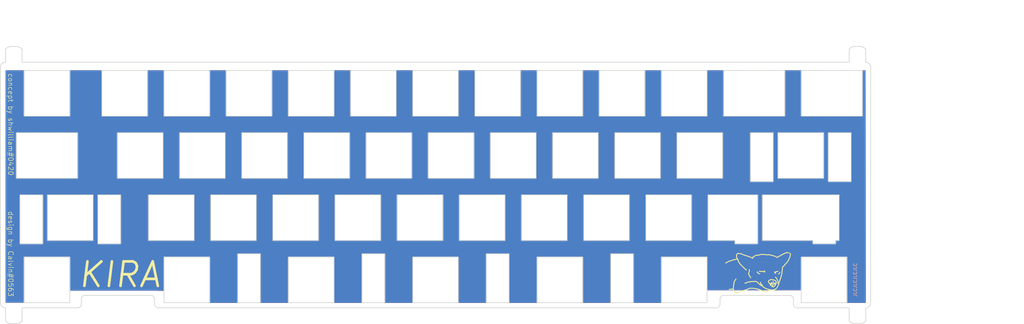
<source format=kicad_pcb>
(kicad_pcb (version 20221018) (generator pcbnew)
  (layers (0 "F.Cu" signal) (31 "B.Cu" signal) (34 "B.Paste" user) (35 "F.Paste" user) (36 "B.SilkS" user "B.Silkscreen") (37 "F.SilkS" user "F.Silkscreen") (38 "B.Mask" user) (39 "F.Mask" user) (44 "Edge.Cuts" user))
  (net 0 "")
  (net 1 "GND")
  (footprint "MountingHole:MountingHole_2.2mm_M2" (layer "F.Cu") (at 18.407983 107.063133)
    (fp_text reference "REF**" hide)
    (fp_text value "MountingHole_2.2mm_M2" hide)
    (pad "" np_thru_hole circle (at 0 0) (size 2.2 2.2) (drill 2.2) (layers "*.Cu" "*.Mask"))
  )
  (footprint "MountingHole:MountingHole_2.2mm_M2" (layer "F.Cu") (at 276.90848 27.2299)
    (fp_text reference "REF**" hide)
    (fp_text value "MountingHole_2.2mm_M2" hide)
    (pad "" np_thru_hole circle (at 0 0) (size 2.2 2.2) (drill 2.2) (layers "*.Cu" "*.Mask"))
  )
  (footprint "MountingHole:MountingHole_2.2mm_M2" (layer "F.Cu") (at 18.410627 27.219066)
    (fp_text reference "REF**" hide)
    (fp_text value "MountingHole_2.2mm_M2" hide)
    (pad "" np_thru_hole circle (at 0 0) (size 2.2 2.2) (drill 2.2) (layers "*.Cu" "*.Mask"))
  )
  (footprint "MountingHole:MountingHole_2.2mm_M2" (layer "F.Cu") (at 276.919507 107.04598)
    (fp_text reference "REF**" hide)
    (fp_text value "MountingHole_2.2mm_M2" hide)
    (pad "" np_thru_hole circle (at 0 0) (size 2.2 2.2) (drill 2.2) (layers "*.Cu" "*.Mask"))
  )
  (footprint "LOGO" (layer "F.Cu") (at 245.383584 92.953634 -25)
    (fp_text reference "G***" hide)
    (fp_text value "LOGO" hide)
  )
  (gr_line (start 274.99425 51.0875) (end 267.99425 51.0875) (stroke (width 0.2)) (layer "Edge.Cuts"))
  (gr_line (start 235.6 65.0875) (end 235.6 51.0875) (stroke (width 0.2)) (layer "Edge.Cuts"))
  (gr_line (start 102.25 51.0875) (end 88.25 51.0875) (stroke (width 0.2)) (layer "Edge.Cuts"))
  (gr_line (start 50.15 65.0875) (end 64.15 65.0875) (stroke (width 0.2)) (layer "Edge.Cuts"))
  (gr_line (start 178.7375 103.1875) (end 192.7375 103.1875) (stroke (width 0.2)) (layer "Edge.Cuts"))
  (gr_line (start 273.7 46.0375) (end 278.4625 46.0375) (stroke (width 0.2)) (layer "Edge.Cuts"))
  (gr_line (start 235.8875 32.0375) (end 235.8875 46.0375) (stroke (width 0.2)) (layer "Edge.Cuts"))
  (gr_line (start 111.775 84.1375) (end 111.775 70.1375) (stroke (width 0.2)) (layer "Edge.Cuts"))
  (gr_line (start 20.28075 70.1375) (end 20.28075 85.1375) (stroke (width 0.2)) (layer "Edge.Cuts"))
  (gr_line (start 192.7375 103.1875) (end 192.7375 89.1875) (stroke (width 0.2)) (layer "Edge.Cuts"))
  (gr_line (start 69.2 65.0875) (end 83.2 65.0875) (stroke (width 0.2)) (layer "Edge.Cuts"))
  (gr_line (start 97.4875 46.0375) (end 97.4875 32.0375) (stroke (width 0.2)) (layer "Edge.Cuts"))
  (gr_line (start 83.4875 46.0375) (end 97.4875 46.0375) (stroke (width 0.2)) (layer "Edge.Cuts"))
  (gr_line (start 140.35 51.0875) (end 126.35 51.0875) (stroke (width 0.2)) (layer "Edge.Cuts"))
  (gr_line (start 259.7 32.0375) (end 259.7 46.0375) (stroke (width 0.2)) (layer "Edge.Cuts"))
  (gr_line (start 257.31875 70.1375) (end 247.79375 70.1375) (stroke (width 0.2)) (layer "Edge.Cuts"))
  (gr_line (start 35.575 89.1875) (end 21.575 89.1875) (stroke (width 0.2)) (layer "Edge.Cuts"))
  (gr_line (start 44.15675 85.1375) (end 51.15675 85.1375) (stroke (width 0.2)) (layer "Edge.Cuts"))
  (gr_line (start 78.4375 46.0375) (end 78.4375 32.0375) (stroke (width 0.2)) (layer "Edge.Cuts"))
  (gr_line (start 15.887019 108.839861) (end 15.872885 104.764634) (stroke (width 0.2)) (layer "Edge.Cuts"))
  (gr_line (start 154.925 84.1375) (end 168.925 84.1375) (stroke (width 0.2)) (layer "Edge.Cuts"))
  (gr_line (start 274.99425 66.0875) (end 274.99425 51.0875) (stroke (width 0.2)) (layer "Edge.Cuts"))
  (gr_line (start 125.0875 103.1875) (end 132.0875 103.1875) (stroke (width 0.2)) (layer "Edge.Cuts"))
  (gr_line (start 97.775 84.1375) (end 111.775 84.1375) (stroke (width 0.2)) (layer "Edge.Cuts"))
  (gr_line (start 28.71875 84.1375) (end 42.71875 84.1375) (stroke (width 0.2)) (layer "Edge.Cuts"))
  (gr_line (start 279.448046 25.442375) (end 279.46218 29.517602) (stroke (width 0.2)) (layer "Edge.Cuts"))
  (gr_line (start 64.4375 46.0375) (end 78.4375 46.0375) (stroke (width 0.2)) (layer "Edge.Cuts"))
  (gr_line (start 252.55625 65.0875) (end 266.55625 65.0875) (stroke (width 0.2)) (layer "Edge.Cuts"))
  (gr_line (start 266.55625 51.0875) (end 252.55625 51.0875) (stroke (width 0.2)) (layer "Edge.Cuts"))
  (gr_line (start 256.156885 100.954634) (end 235.963885 100.954634) (stroke (width 0.2)) (layer "Edge.Cuts"))
  (gr_line (start 201.2875 88.1875) (end 201.2875 103.1875) (stroke (width 0.2)) (layer "Edge.Cuts"))
  (gr_line (start 116.5375 32.0375) (end 102.5375 32.0375) (stroke (width 0.2)) (layer "Edge.Cuts"))
  (gr_arc (start 234.820885 103.621634) (mid 234.486108 104.429857) (end 233.677885 104.764634) (stroke (width 0.2)) (layer "Edge.Cuts"))
  (gr_line (start 192.7375 89.1875) (end 178.7375 89.1875) (stroke (width 0.2)) (layer "Edge.Cuts"))
  (gr_line (start 216.55 65.0875) (end 216.55 51.0875) (stroke (width 0.2)) (layer "Edge.Cuts"))
  (gr_line (start 154.6375 32.0375) (end 140.6375 32.0375) (stroke (width 0.2)) (layer "Edge.Cuts"))
  (gr_line (start 278.4625 32.0375) (end 273.7 32.0375) (stroke (width 0.2)) (layer "Edge.Cuts"))
  (gr_line (start 271.31875 70.1375) (end 270.23175 70.1375) (stroke (width 0.2)) (layer "Edge.Cuts"))
  (gr_line (start 86.9875 88.1875) (end 86.9875 103.1875) (stroke (width 0.2)) (layer "Edge.Cuts"))
  (gr_line (start 140.6375 89.1875) (end 140.6375 103.1875) (stroke (width 0.2)) (layer "Edge.Cuts"))
  (gr_line (start 145.4 65.0875) (end 159.4 65.0875) (stroke (width 0.2)) (layer "Edge.Cuts"))
  (gr_line (start 193.025 70.1375) (end 193.025 84.1375) (stroke (width 0.2)) (layer "Edge.Cuts"))
  (gr_line (start 244.11825 51.0875) (end 244.11825 66.0875) (stroke (width 0.2)) (layer "Edge.Cuts"))
  (gr_line (start 264.4625 46.0375) (end 273.7 46.0375) (stroke (width 0.2)) (layer "Edge.Cuts"))
  (gr_line (start 116.5375 46.0375) (end 116.5375 32.0375) (stroke (width 0.2)) (layer "Edge.Cuts"))
  (gr_line (start 126.35 51.0875) (end 126.35 65.0875) (stroke (width 0.2)) (layer "Edge.Cuts"))
  (gr_line (start 21.575 103.1875) (end 35.575 103.1875) (stroke (width 0.2)) (layer "Edge.Cuts"))
  (gr_line (start 159.6875 46.0375) (end 173.6875 46.0375) (stroke (width 0.2)) (layer "Edge.Cuts"))
  (gr_line (start 211.7875 32.0375) (end 197.7875 32.0375) (stroke (width 0.2)) (layer "Edge.Cuts"))
  (gr_line (start 64.15 65.0875) (end 64.15 51.0875) (stroke (width 0.2)) (layer "Edge.Cuts"))
  (gr_line (start 235.8875 46.0375) (end 240.65 46.0375) (stroke (width 0.2)) (layer "Edge.Cuts"))
  (gr_line (start 266.55625 65.0875) (end 266.55625 51.0875) (stroke (width 0.2)) (layer "Edge.Cuts"))
  (gr_line (start 193.025 84.1375) (end 207.025 84.1375) (stroke (width 0.2)) (layer "Edge.Cuts"))
  (gr_line (start 254.65 32.0375) (end 249.8875 32.0375) (stroke (width 0.2)) (layer "Edge.Cuts"))
  (gr_line (start 183.5 51.0875) (end 183.5 65.0875) (stroke (width 0.2)) (layer "Edge.Cuts"))
  (gr_line (start 159.4 51.0875) (end 145.4 51.0875) (stroke (width 0.2)) (layer "Edge.Cuts"))
  (gr_line (start 19.04853 109.62335) (end 17.77853 109.62335) (stroke (width 0.2)) (layer "Edge.Cuts"))
  (gr_line (start 83.4875 32.0375) (end 83.4875 46.0375) (stroke (width 0.2)) (layer "Edge.Cuts"))
  (gr_line (start 125.0875 88.1875) (end 125.0875 103.1875) (stroke (width 0.2)) (layer "Edge.Cuts"))
  (gr_line (start 173.6875 32.0375) (end 159.6875 32.0375) (stroke (width 0.2)) (layer "Edge.Cuts"))
  (gr_line (start 168.925 70.1375) (end 154.925 70.1375) (stroke (width 0.2)) (layer "Edge.Cuts"))
  (gr_line (start 93.9875 103.1875) (end 93.9875 88.1875) (stroke (width 0.2)) (layer "Edge.Cuts"))
  (gr_line (start 274.395519 108.839861) (end 274.381385 104.764634) (stroke (width 0.2)) (layer "Edge.Cuts"))
  (gr_line (start 130.825 70.1375) (end 116.825 70.1375) (stroke (width 0.2)) (layer "Edge.Cuts"))
  (gr_line (start 230.8375 46.0375) (end 230.8375 32.0375) (stroke (width 0.2)) (layer "Edge.Cuts"))
  (gr_line (start 270.23175 84.1375) (end 271.31875 84.1375) (stroke (width 0.2)) (layer "Edge.Cuts"))
  (gr_line (start 207.025 84.1375) (end 207.025 70.1375) (stroke (width 0.2)) (layer "Edge.Cuts"))
  (gr_arc (start 279.448541 108.839861) (mid 278.58071 109.41974) (end 277.55703 109.62335) (stroke (width 0.2)) (layer "Edge.Cuts"))
  (gr_line (start 20.940041 108.839861) (end 20.952885 104.764634) (stroke (width 0.2)) (layer "Edge.Cuts"))
  (gr_arc (start 258.442885 104.764634) (mid 257.634662 104.429857) (end 257.299885 103.621634) (stroke (width 0.2)) (layer "Edge.Cuts"))
  (gr_line (start 37.95625 65.0875) (end 37.95625 51.0875) (stroke (width 0.2)) (layer "Edge.Cuts"))
  (gr_line (start 279.448541 108.839861) (end 279.461385 104.764634) (stroke (width 0.2)) (layer "Edge.Cuts"))
  (gr_line (start 271.31875 84.1375) (end 271.31875 70.1375) (stroke (width 0.2)) (layer "Edge.Cuts"))
  (gr_line (start 116.825 84.1375) (end 130.825 84.1375) (stroke (width 0.2)) (layer "Edge.Cuts"))
  (gr_line (start 59.675 84.1375) (end 73.675 84.1375) (stroke (width 0.2)) (layer "Edge.Cuts"))
  (gr_line (start 273.7 89.1875) (end 259.7 89.1875) (stroke (width 0.2)) (layer "Edge.Cuts"))
  (gr_line (start 178.7375 32.0375) (end 178.7375 46.0375) (stroke (width 0.2)) (layer "Edge.Cuts"))
  (gr_line (start 173.975 84.1375) (end 187.975 84.1375) (stroke (width 0.2)) (layer "Edge.Cuts"))
  (gr_line (start 130.825 84.1375) (end 130.825 70.1375) (stroke (width 0.2)) (layer "Edge.Cuts"))
  (gr_line (start 44.15675 70.1375) (end 44.15675 85.1375) (stroke (width 0.2)) (layer "Edge.Cuts"))
  (gr_line (start 192.7375 46.0375) (end 192.7375 32.0375) (stroke (width 0.2)) (layer "Edge.Cuts"))
  (gr_line (start 50.15 51.0875) (end 50.15 65.0875) (stroke (width 0.2)) (layer "Edge.Cuts"))
  (gr_line (start 111.775 70.1375) (end 97.775 70.1375) (stroke (width 0.2)) (layer "Edge.Cuts"))
  (gr_line (start 78.4375 89.1875) (end 64.4375 89.1875) (stroke (width 0.2)) (layer "Edge.Cuts"))
  (gr_line (start 140.6375 46.0375) (end 154.6375 46.0375) (stroke (width 0.2)) (layer "Edge.Cuts"))
  (gr_arc (start 20.940041 108.839861) (mid 20.07221 109.41974) (end 19.04853 109.62335) (stroke (width 0.2)) (layer "Edge.Cuts"))
  (gr_line (start 263.23175 85.1375) (end 270.23175 85.1375) (stroke (width 0.2)) (layer "Edge.Cuts"))
  (gr_line (start 212.075 84.1375) (end 226.075 84.1375) (stroke (width 0.2)) (layer "Edge.Cuts"))
  (gr_line (start 59.675 70.1375) (end 59.675 84.1375) (stroke (width 0.2)) (layer "Edge.Cuts"))
  (gr_line (start 64.15 51.0875) (end 50.15 51.0875) (stroke (width 0.2)) (layer "Edge.Cuts"))
  (gr_line (start 78.725 70.1375) (end 78.725 84.1375) (stroke (width 0.2)) (layer "Edge.Cuts"))
  (gr_line (start 230.8375 103.1875) (end 230.8375 89.1875) (stroke (width 0.2)) (layer "Edge.Cuts"))
  (gr_line (start 258.442885 104.764634) (end 274.381385 104.764634) (stroke (width 0.2)) (layer "Edge.Cuts"))
  (gr_line (start 249.8875 46.0375) (end 254.65 46.0375) (stroke (width 0.2)) (layer "Edge.Cuts"))
  (gr_line (start 231.125 84.1375) (end 239.35575 84.1375) (stroke (width 0.2)) (layer "Edge.Cuts"))
  (gr_line (start 234.820885 102.097634) (end 234.820885 103.621634) (stroke (width 0.2)) (layer "Edge.Cuts"))
  (gr_line (start 88.25 51.0875) (end 88.25 65.0875) (stroke (width 0.2)) (layer "Edge.Cuts"))
  (gr_line (start 19.19375 65.0875) (end 23.95625 65.0875) (stroke (width 0.2)) (layer "Edge.Cuts"))
  (gr_line (start 251.11825 51.0875) (end 244.11825 51.0875) (stroke (width 0.2)) (layer "Edge.Cuts"))
  (gr_line (start 164.45 51.0875) (end 164.45 65.0875) (stroke (width 0.2)) (layer "Edge.Cuts"))
  (gr_line (start 20.952885 29.517134) (end 274.38218 29.517602) (stroke (width 0.2)) (layer "Edge.Cuts"))
  (gr_line (start 168.925 84.1375) (end 168.925 70.1375) (stroke (width 0.2)) (layer "Edge.Cuts"))
  (gr_line (start 135.875 70.1375) (end 135.875 84.1375) (stroke (width 0.2)) (layer "Edge.Cuts"))
  (gr_line (start 278.4625 46.0375) (end 278.4625 32.0375) (stroke (width 0.2)) (layer "Edge.Cuts"))
  (gr_line (start 230.8375 32.0375) (end 216.8375 32.0375) (stroke (width 0.2)) (layer "Edge.Cuts"))
  (gr_line (start 51.15675 70.1375) (end 44.15675 70.1375) (stroke (width 0.2)) (layer "Edge.Cuts"))
  (gr_line (start 197.5 51.0875) (end 183.5 51.0875) (stroke (width 0.2)) (layer "Edge.Cuts"))
  (gr_line (start 212.075 70.1375) (end 212.075 84.1375) (stroke (width 0.2)) (layer "Edge.Cuts"))
  (gr_line (start 121.5875 32.0375) (end 121.5875 46.0375) (stroke (width 0.2)) (layer "Edge.Cuts"))
  (gr_line (start 83.2 65.0875) (end 83.2 51.0875) (stroke (width 0.2)) (layer "Edge.Cuts"))
  (gr_line (start 140.6375 103.1875) (end 154.6375 103.1875) (stroke (width 0.2)) (layer "Edge.Cuts"))
  (gr_arc (start 19.04724 24.658418) (mid 20.070923 24.862031) (end 20.938751 25.441907) (stroke (width 0.2)) (layer "Edge.Cuts"))
  (gr_line (start 257.299885 102.097634) (end 257.299885 103.621634) (stroke (width 0.2)) (layer "Edge.Cuts"))
  (gr_line (start 178.45 51.0875) (end 164.45 51.0875) (stroke (width 0.2)) (layer "Edge.Cuts"))
  (gr_line (start 249.8875 32.0375) (end 240.65 32.0375) (stroke (width 0.2)) (layer "Edge.Cuts"))
  (gr_arc (start 17.77853 109.62335) (mid 16.754847 109.419737) (end 15.887019 108.839861) (stroke (width 0.2)) (layer "Edge.Cuts"))
  (gr_line (start 207.025 70.1375) (end 193.025 70.1375) (stroke (width 0.2)) (layer "Edge.Cuts"))
  (gr_arc (start 280.985385 103.240634) (mid 280.520864 104.300113) (end 279.461385 104.764634) (stroke (width 0.2)) (layer "Edge.Cuts"))
  (gr_line (start 276.286535 24.658886) (end 277.556535 24.658886) (stroke (width 0.2)) (layer "Edge.Cuts"))
  (gr_arc (start 234.820885 102.097634) (mid 235.155662 101.289411) (end 235.963885 100.954634) (stroke (width 0.2)) (layer "Edge.Cuts"))
  (gr_line (start 62.718608 104.764634) (end 233.677885 104.764634) (stroke (width 0.2)) (layer "Edge.Cuts"))
  (gr_line (start 239.35575 84.1375) (end 239.35575 85.1375) (stroke (width 0.2)) (layer "Edge.Cuts"))
  (gr_arc (start 256.156885 100.954634) (mid 256.965108 101.289411) (end 257.299885 102.097634) (stroke (width 0.2)) (layer "Edge.Cuts"))
  (gr_line (start 216.8375 89.1875) (end 216.8375 103.1875) (stroke (width 0.2)) (layer "Edge.Cuts"))
  (gr_line (start 154.6375 89.1875) (end 140.6375 89.1875) (stroke (width 0.2)) (layer "Edge.Cuts"))
  (gr_arc (start 62.718608 104.764634) (mid 61.91037 104.429865) (end 61.575608 103.621634) (stroke (width 0.2)) (layer "Edge.Cuts"))
  (gr_line (start 107.3 51.0875) (end 107.3 65.0875) (stroke (width 0.2)) (layer "Edge.Cuts"))
  (gr_line (start 126.35 65.0875) (end 140.35 65.0875) (stroke (width 0.2)) (layer "Edge.Cuts"))
  (gr_line (start 132.0875 88.1875) (end 125.0875 88.1875) (stroke (width 0.2)) (layer "Edge.Cuts"))
  (gr_line (start 59.3875 32.0375) (end 45.3875 32.0375) (stroke (width 0.2)) (layer "Edge.Cuts"))
  (gr_line (start 216.55 51.0875) (end 202.55 51.0875) (stroke (width 0.2)) (layer "Edge.Cuts"))
  (gr_line (start 159.6875 32.0375) (end 159.6875 46.0375) (stroke (width 0.2)) (layer "Edge.Cuts"))
  (gr_line (start 92.725 84.1375) (end 92.725 70.1375) (stroke (width 0.2)) (layer "Edge.Cuts"))
  (gr_line (start 64.4375 103.1875) (end 78.4375 103.1875) (stroke (width 0.2)) (layer "Edge.Cuts"))
  (gr_line (start 231.125 70.1375) (end 231.125 84.1375) (stroke (width 0.2)) (layer "Edge.Cuts"))
  (gr_line (start 23.95625 65.0875) (end 33.19375 65.0875) (stroke (width 0.2)) (layer "Edge.Cuts"))
  (gr_line (start 33.19375 51.0875) (end 23.95625 51.0875) (stroke (width 0.2)) (layer "Edge.Cuts"))
  (gr_line (start 197.7875 32.0375) (end 197.7875 46.0375) (stroke (width 0.2)) (layer "Edge.Cuts"))
  (gr_arc (start 60.432608 100.954634) (mid 61.240816 101.289419) (end 61.575608 102.097634) (stroke (width 0.2)) (layer "Edge.Cuts"))
  (gr_line (start 221.6 51.0875) (end 221.6 65.0875) (stroke (width 0.2)) (layer "Edge.Cuts"))
  (gr_line (start 97.775 70.1375) (end 97.775 84.1375) (stroke (width 0.2)) (layer "Edge.Cuts"))
  (gr_line (start 88.25 65.0875) (end 102.25 65.0875) (stroke (width 0.2)) (layer "Edge.Cuts"))
  (gr_line (start 247.79375 70.1375) (end 247.79375 84.1375) (stroke (width 0.2)) (layer "Edge.Cuts"))
  (gr_line (start 178.7375 89.1875) (end 178.7375 103.1875) (stroke (width 0.2)) (layer "Edge.Cuts"))
  (gr_line (start 270.23175 70.1375) (end 263.23175 70.1375) (stroke (width 0.2)) (layer "Edge.Cuts"))
  (gr_line (start 183.5 65.0875) (end 197.5 65.0875) (stroke (width 0.2)) (layer "Edge.Cuts"))
  (gr_line (start 239.35575 70.1375) (end 231.125 70.1375) (stroke (width 0.2)) (layer "Edge.Cuts"))
  (gr_line (start 216.8375 32.0375) (end 216.8375 46.0375) (stroke (width 0.2)) (layer "Edge.Cuts"))
  (gr_line (start 45.3875 32.0375) (end 45.3875 46.0375) (stroke (width 0.2)) (layer "Edge.Cuts"))
  (gr_line (start 73.675 70.1375) (end 59.675 70.1375) (stroke (width 0.2)) (layer "Edge.Cuts"))
  (gr_line (start 78.4375 103.1875) (end 78.4375 89.1875) (stroke (width 0.2)) (layer "Edge.Cuts"))
  (gr_line (start 121.3 51.0875) (end 107.3 51.0875) (stroke (width 0.2)) (layer "Edge.Cuts"))
  (gr_line (start 97.4875 32.0375) (end 83.4875 32.0375) (stroke (width 0.2)) (layer "Edge.Cuts"))
  (gr_line (start 23.95625 51.0875) (end 19.19375 51.0875) (stroke (width 0.2)) (layer "Edge.Cuts"))
  (gr_line (start 277.55703 109.62335) (end 276.28703 109.62335) (stroke (width 0.2)) (layer "Edge.Cuts"))
  (gr_line (start 173.975 70.1375) (end 173.975 84.1375) (stroke (width 0.2)) (layer "Edge.Cuts"))
  (gr_line (start 39.096608 102.097634) (end 39.096608 103.621634) (stroke (width 0.2)) (layer "Edge.Cuts"))
  (gr_line (start 187.975 70.1375) (end 173.975 70.1375) (stroke (width 0.2)) (layer "Edge.Cuts"))
  (gr_line (start 83.2 51.0875) (end 69.2 51.0875) (stroke (width 0.2)) (layer "Edge.Cuts"))
  (gr_line (start 21.575 89.1875) (end 21.575 103.1875) (stroke (width 0.2)) (layer "Edge.Cuts"))
  (gr_line (start 263.23175 70.1375) (end 261.79375 70.1375) (stroke (width 0.2)) (layer "Edge.Cuts"))
  (gr_line (start 240.65 32.0375) (end 235.8875 32.0375) (stroke (width 0.2)) (layer "Edge.Cuts"))
  (gr_line (start 273.7 103.1875) (end 273.7 89.1875) (stroke (width 0.2)) (layer "Edge.Cuts"))
  (gr_arc (start 277.556535 24.658886) (mid 278.580221 24.862495) (end 279.448046 25.442375) (stroke (width 0.2)) (layer "Edge.Cuts"))
  (gr_line (start 154.925 70.1375) (end 154.925 84.1375) (stroke (width 0.2)) (layer "Edge.Cuts"))
  (gr_line (start 211.7875 46.0375) (end 211.7875 32.0375) (stroke (width 0.2)) (layer "Edge.Cuts"))
  (gr_line (start 154.6375 103.1875) (end 154.6375 89.1875) (stroke (width 0.2)) (layer "Edge.Cuts"))
  (gr_arc (start 39.096608 103.621634) (mid 38.761832 104.429865) (end 37.953608 104.764634) (stroke (width 0.2)) (layer "Edge.Cuts"))
  (gr_line (start 163.1875 88.1875) (end 163.1875 103.1875) (stroke (width 0.2)) (layer "Edge.Cuts"))
  (gr_line (start 15.885729 25.441907) (end 15.872885 29.517134) (stroke (width 0.2)) (layer "Edge.Cuts"))
  (gr_line (start 216.8375 46.0375) (end 230.8375 46.0375) (stroke (width 0.2)) (layer "Edge.Cuts"))
  (gr_line (start 86.9875 103.1875) (end 93.9875 103.1875) (stroke (width 0.2)) (layer "Edge.Cuts"))
  (gr_line (start 37.953608 104.764634) (end 20.952885 104.764634) (stroke (width 0.2)) (layer "Edge.Cuts"))
  (gr_line (start 267.99425 66.0875) (end 274.99425 66.0875) (stroke (width 0.2)) (layer "Edge.Cuts"))
  (gr_line (start 270.23175 85.1375) (end 270.23175 84.1375) (stroke (width 0.2)) (layer "Edge.Cuts"))
  (gr_line (start 59.3875 46.0375) (end 59.3875 32.0375) (stroke (width 0.2)) (layer "Edge.Cuts"))
  (gr_line (start 19.19375 51.0875) (end 19.19375 65.0875) (stroke (width 0.2)) (layer "Edge.Cuts"))
  (gr_arc (start 279.46218 29.517602) (mid 280.543639 30.004654) (end 280.98618 31.105102) (stroke (width 0.2)) (layer "Edge.Cuts"))
  (gr_line (start 102.5375 32.0375) (end 102.5375 46.0375) (stroke (width 0.2)) (layer "Edge.Cuts"))
  (gr_line (start 273.7 32.0375) (end 264.4625 32.0375) (stroke (width 0.2)) (layer "Edge.Cuts"))
  (gr_line (start 145.4 51.0875) (end 145.4 65.0875) (stroke (width 0.2)) (layer "Edge.Cuts"))
  (gr_line (start 202.55 51.0875) (end 202.55 65.0875) (stroke (width 0.2)) (layer "Edge.Cuts"))
  (gr_line (start 221.6 65.0875) (end 235.6 65.0875) (stroke (width 0.2)) (layer "Edge.Cuts"))
  (gr_line (start 170.1875 88.1875) (end 163.1875 88.1875) (stroke (width 0.2)) (layer "Edge.Cuts"))
  (gr_line (start 202.55 65.0875) (end 216.55 65.0875) (stroke (width 0.2)) (layer "Edge.Cuts"))
  (gr_line (start 230.8375 89.1875) (end 216.8375 89.1875) (stroke (width 0.2)) (layer "Edge.Cuts"))
  (gr_line (start 197.5 65.0875) (end 197.5 51.0875) (stroke (width 0.2)) (layer "Edge.Cuts"))
  (gr_line (start 251.11825 66.0875) (end 251.11825 51.0875) (stroke (width 0.2)) (layer "Edge.Cuts"))
  (gr_line (start 73.675 84.1375) (end 73.675 70.1375) (stroke (width 0.2)) (layer "Edge.Cuts"))
  (gr_arc (start 14.2905 31.109752) (mid 14.753963 29.985714) (end 15.878 29.522252) (stroke (width 0.2)) (layer "Edge.Cuts"))
  (gr_line (start 149.875 70.1375) (end 135.875 70.1375) (stroke (width 0.2)) (layer "Edge.Cuts"))
  (gr_line (start 45.3875 46.0375) (end 59.3875 46.0375) (stroke (width 0.2)) (layer "Edge.Cuts"))
  (gr_line (start 208.2875 103.1875) (end 208.2875 88.1875) (stroke (width 0.2)) (layer "Edge.Cuts"))
  (gr_line (start 135.875 84.1375) (end 149.875 84.1375) (stroke (width 0.2)) (layer "Edge.Cuts"))
  (gr_arc (start 15.885729 25.441907) (mid 16.75356 24.862028) (end 17.77724 24.658418) (stroke (width 0.2)) (layer "Edge.Cuts"))
  (gr_line (start 35.575 46.0375) (end 35.575 32.0375) (stroke (width 0.2)) (layer "Edge.Cuts"))
  (gr_line (start 42.71875 70.1375) (end 28.71875 70.1375) (stroke (width 0.2)) (layer "Edge.Cuts"))
  (gr_line (start 164.45 65.0875) (end 178.45 65.0875) (stroke (width 0.2)) (layer "Edge.Cuts"))
  (gr_line (start 116.5375 89.1875) (end 102.5375 89.1875) (stroke (width 0.2)) (layer "Edge.Cuts"))
  (gr_line (start 135.5875 32.0375) (end 121.5875 32.0375) (stroke (width 0.2)) (layer "Edge.Cuts"))
  (gr_line (start 60.432608 100.954634) (end 40.239608 100.954634) (stroke (width 0.2)) (layer "Edge.Cuts"))
  (gr_line (start 102.5375 103.1875) (end 116.5375 103.1875) (stroke (width 0.2)) (layer "Edge.Cuts"))
  (gr_line (start 92.725 70.1375) (end 78.725 70.1375) (stroke (width 0.2)) (layer "Edge.Cuts"))
  (gr_line (start 259.7 89.1875) (end 259.7 103.1875) (stroke (width 0.2)) (layer "Edge.Cuts"))
  (gr_line (start 246.35575 70.1375) (end 245.125 70.1375) (stroke (width 0.2)) (layer "Edge.Cuts"))
  (gr_line (start 274.395024 25.442375) (end 274.38218 29.517602) (stroke (width 0.2)) (layer "Edge.Cuts"))
  (gr_line (start 28.71875 70.1375) (end 28.71875 84.1375) (stroke (width 0.2)) (layer "Edge.Cuts"))
  (gr_line (start 261.79375 70.1375) (end 257.31875 70.1375) (stroke (width 0.2)) (layer "Edge.Cuts"))
  (gr_line (start 245.125 70.1375) (end 239.35575 70.1375) (stroke (width 0.2)) (layer "Edge.Cuts"))
  (gr_line (start 259.7 103.1875) (end 273.7 103.1875) (stroke (width 0.2)) (layer "Edge.Cuts"))
  (gr_line (start 21.575 46.0375) (end 35.575 46.0375) (stroke (width 0.2)) (layer "Edge.Cuts"))
  (gr_line (start 201.2875 103.1875) (end 208.2875 103.1875) (stroke (width 0.2)) (layer "Edge.Cuts"))
  (gr_line (start 280.98618 31.105102) (end 280.985385 103.240634) (stroke (width 0.2)) (layer "Edge.Cuts"))
  (gr_line (start 254.65 46.0375) (end 254.65 32.0375) (stroke (width 0.2)) (layer "Edge.Cuts"))
  (gr_line (start 14.285385 103.240634) (end 14.2905 31.109752) (stroke (width 0.2)) (layer "Edge.Cuts"))
  (gr_line (start 20.28075 85.1375) (end 27.28075 85.1375) (stroke (width 0.2)) (layer "Edge.Cuts"))
  (gr_arc (start 15.872885 104.764634) (mid 14.772758 104.321791) (end 14.285385 103.240634) (stroke (width 0.2)) (layer "Edge.Cuts"))
  (gr_line (start 192.7375 32.0375) (end 178.7375 32.0375) (stroke (width 0.2)) (layer "Edge.Cuts"))
  (gr_arc (start 274.395024 25.442375) (mid 275.262856 24.862502) (end 276.286535 24.658886) (stroke (width 0.2)) (layer "Edge.Cuts"))
  (gr_line (start 159.4 65.0875) (end 159.4 51.0875) (stroke (width 0.2)) (layer "Edge.Cuts"))
  (gr_line (start 17.77724 24.658418) (end 19.04724 24.658418) (stroke (width 0.2)) (layer "Edge.Cuts"))
  (gr_line (start 208.2875 88.1875) (end 201.2875 88.1875) (stroke (width 0.2)) (layer "Edge.Cuts"))
  (gr_line (start 197.7875 46.0375) (end 211.7875 46.0375) (stroke (width 0.2)) (layer "Edge.Cuts"))
  (gr_line (start 61.575608 102.097634) (end 61.575608 103.621634) (stroke (width 0.2)) (layer "Edge.Cuts"))
  (gr_line (start 69.2 51.0875) (end 69.2 65.0875) (stroke (width 0.2)) (layer "Edge.Cuts"))
  (gr_line (start 102.5375 46.0375) (end 116.5375 46.0375) (stroke (width 0.2)) (layer "Edge.Cuts"))
  (gr_line (start 259.7 46.0375) (end 264.4625 46.0375) (stroke (width 0.2)) (layer "Edge.Cuts"))
  (gr_line (start 240.65 46.0375) (end 249.8875 46.0375) (stroke (width 0.2)) (layer "Edge.Cuts"))
  (gr_line (start 121.5875 46.0375) (end 135.5875 46.0375) (stroke (width 0.2)) (layer "Edge.Cuts"))
  (gr_line (start 257.31875 84.1375) (end 261.79375 84.1375) (stroke (width 0.2)) (layer "Edge.Cuts"))
  (gr_line (start 140.35 65.0875) (end 140.35 51.0875) (stroke (width 0.2)) (layer "Edge.Cuts"))
  (gr_line (start 64.4375 89.1875) (end 64.4375 103.1875) (stroke (width 0.2)) (layer "Edge.Cuts"))
  (gr_line (start 21.575 32.0375) (end 21.575 46.0375) (stroke (width 0.2)) (layer "Edge.Cuts"))
  (gr_line (start 140.6375 32.0375) (end 140.6375 46.0375) (stroke (width 0.2)) (layer "Edge.Cuts"))
  (gr_line (start 42.71875 84.1375) (end 42.71875 70.1375) (stroke (width 0.2)) (layer "Edge.Cuts"))
  (gr_line (start 178.45 65.0875) (end 178.45 51.0875) (stroke (width 0.2)) (layer "Edge.Cuts"))
  (gr_line (start 102.25 65.0875) (end 102.25 51.0875) (stroke (width 0.2)) (layer "Edge.Cuts"))
  (gr_line (start 121.3 65.0875) (end 121.3 51.0875) (stroke (width 0.2)) (layer "Edge.Cuts"))
  (gr_line (start 78.725 84.1375) (end 92.725 84.1375) (stroke (width 0.2)) (layer "Edge.Cuts"))
  (gr_line (start 263.23175 84.1375) (end 263.23175 85.1375) (stroke (width 0.2)) (layer "Edge.Cuts"))
  (gr_line (start 154.6375 46.0375) (end 154.6375 32.0375) (stroke (width 0.2)) (layer "Edge.Cuts"))
  (gr_line (start 261.79375 84.1375) (end 263.23175 84.1375) (stroke (width 0.2)) (layer "Edge.Cuts"))
  (gr_line (start 51.15675 85.1375) (end 51.15675 70.1375) (stroke (width 0.2)) (layer "Edge.Cuts"))
  (gr_line (start 27.28075 70.1375) (end 20.28075 70.1375) (stroke (width 0.2)) (layer "Edge.Cuts"))
  (gr_line (start 170.1875 103.1875) (end 170.1875 88.1875) (stroke (width 0.2)) (layer "Edge.Cuts"))
  (gr_line (start 173.6875 46.0375) (end 173.6875 32.0375) (stroke (width 0.2)) (layer "Edge.Cuts"))
  (gr_line (start 35.575 103.1875) (end 35.575 89.1875) (stroke (width 0.2)) (layer "Edge.Cuts"))
  (gr_line (start 267.99425 51.0875) (end 267.99425 66.0875) (stroke (width 0.2)) (layer "Edge.Cuts"))
  (gr_line (start 116.5375 103.1875) (end 116.5375 89.1875) (stroke (width 0.2)) (layer "Edge.Cuts"))
  (gr_line (start 247.79375 84.1375) (end 257.31875 84.1375) (stroke (width 0.2)) (layer "Edge.Cuts"))
  (gr_line (start 35.575 32.0375) (end 21.575 32.0375) (stroke (width 0.2)) (layer "Edge.Cuts"))
  (gr_line (start 78.4375 32.0375) (end 64.4375 32.0375) (stroke (width 0.2)) (layer "Edge.Cuts"))
  (gr_line (start 102.5375 89.1875) (end 102.5375 103.1875) (stroke (width 0.2)) (layer "Edge.Cuts"))
  (gr_arc (start 276.28703 109.62335) (mid 275.263347 109.419737) (end 274.395519 108.839861) (stroke (width 0.2)) (layer "Edge.Cuts"))
  (gr_line (start 163.1875 103.1875) (end 170.1875 103.1875) (stroke (width 0.2)) (layer "Edge.Cuts"))
  (gr_line (start 235.6 51.0875) (end 221.6 51.0875) (stroke (width 0.2)) (layer "Edge.Cuts"))
  (gr_line (start 226.075 84.1375) (end 226.075 70.1375) (stroke (width 0.2)) (layer "Edge.Cuts"))
  (gr_line (start 226.075 70.1375) (end 212.075 70.1375) (stroke (width 0.2)) (layer "Edge.Cuts"))
  (gr_line (start 178.7375 46.0375) (end 192.7375 46.0375) (stroke (width 0.2)) (layer "Edge.Cuts"))
  (gr_line (start 135.5875 46.0375) (end 135.5875 32.0375) (stroke (width 0.2)) (layer "Edge.Cuts"))
  (gr_line (start 132.0875 103.1875) (end 132.0875 88.1875) (stroke (width 0.2)) (layer "Edge.Cuts"))
  (gr_line (start 27.28075 85.1375) (end 27.28075 70.1375) (stroke (width 0.2)) (layer "Edge.Cuts"))
  (gr_line (start 264.4625 32.0375) (end 259.7 32.0375) (stroke (width 0.2)) (layer "Edge.Cuts"))
  (gr_line (start 37.95625 51.0875) (end 33.19375 51.0875) (stroke (width 0.2)) (layer "Edge.Cuts"))
  (gr_line (start 216.8375 103.1875) (end 230.8375 103.1875) (stroke (width 0.2)) (layer "Edge.Cuts"))
  (gr_line (start 20.938751 25.441907) (end 20.952885 29.517134) (stroke (width 0.2)) (layer "Edge.Cuts"))
  (gr_line (start 187.975 84.1375) (end 187.975 70.1375) (stroke (width 0.2)) (layer "Edge.Cuts"))
  (gr_arc (start 39.096608 102.097634) (mid 39.431386 101.289419) (end 40.239608 100.954634) (stroke (width 0.2)) (layer "Edge.Cuts"))
  (gr_line (start 64.4375 32.0375) (end 64.4375 46.0375) (stroke (width 0.2)) (layer "Edge.Cuts"))
  (gr_line (start 252.55625 51.0875) (end 252.55625 65.0875) (stroke (width 0.2)) (layer "Edge.Cuts"))
  (gr_line (start 116.825 70.1375) (end 116.825 84.1375) (stroke (width 0.2)) (layer "Edge.Cuts"))
  (gr_line (start 244.11825 66.0875) (end 251.11825 66.0875) (stroke (width 0.2)) (layer "Edge.Cuts"))
  (gr_line (start 239.35575 85.1375) (end 246.35575 85.1375) (stroke (width 0.2)) (layer "Edge.Cuts"))
  (gr_line (start 149.875 84.1375) (end 149.875 70.1375) (stroke (width 0.2)) (layer "Edge.Cuts"))
  (gr_line (start 107.3 65.0875) (end 121.3 65.0875) (stroke (width 0.2)) (layer "Edge.Cuts"))
  (gr_line (start 246.35575 85.1375) (end 246.35575 70.1375) (stroke (width 0.2)) (layer "Edge.Cuts"))
  (gr_line (start 93.9875 88.1875) (end 86.9875 88.1875) (stroke (width 0.2)) (layer "Edge.Cuts"))
  (gr_line (start 33.19375 65.0875) (end 37.95625 65.0875) (stroke (width 0.2)) (layer "Edge.Cuts"))
  (gr_text "JLCJLCJLCJLC" (at 276.222885 96.192134 90) (layer "B.SilkS") (effects (font (size 1 1))))
  (gr_text "concept by shwilliam#0420" (at 17.460385 48.567134 -90) (layer "F.SilkS") (effects (font (size 1.5 1.5))))
  (gr_text "design by Calvin#0563" (at 17.460385 88.254634 -90) (layer "F.SilkS") (effects (font (size 1.5 1.5))))
  (gr_text "KIRA" (at 50.797885 94.604634) (layer "F.SilkS") (effects (font (size 7.5 7.5) (thickness 0.8) italic)))
  (zone (net 1) (net_name "GND") (layers "F&B.Cu") (connect_pads (clearance 0)) (min_thickness 0.254) (fill yes (thermal_gap 0.508) (thermal_bridge_width 0.508) (island_removal_mode 1) (island_area_min 0))
    (polygon (pts (xy 279.461385 103.240634) (xy 259.649385 103.240634) (xy 259.649385 99.367134) (xy 257.395132 99.367152) (xy 230.820385 99.36717) (xy 230.820385 102.542134) (xy 230.820386 103.240673) (xy 68.259515 103.240808) (xy 64.450649 103.240634) (xy 64.450475 99.557575) (xy 61.910385 99.494134) (xy 35.494385 99.494134) (xy 35.494385 103.240634) (xy 31.858001 103.177134) (xy 15.872885 103.177134) (xy 15.872885 31.993634) (xy 279.397885 31.993634)))
  )
)
</source>
